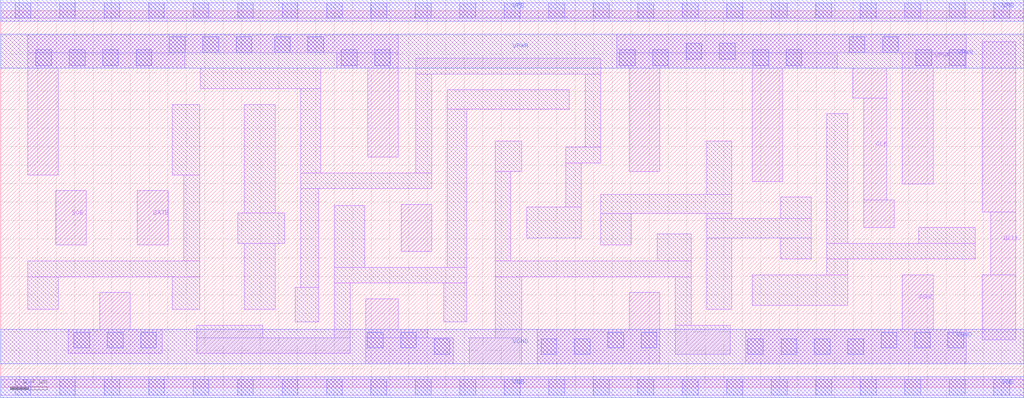
<source format=lef>
# Copyright 2020 The SkyWater PDK Authors
#
# Licensed under the Apache License, Version 2.0 (the "License");
# you may not use this file except in compliance with the License.
# You may obtain a copy of the License at
#
#     https://www.apache.org/licenses/LICENSE-2.0
#
# Unless required by applicable law or agreed to in writing, software
# distributed under the License is distributed on an "AS IS" BASIS,
# WITHOUT WARRANTIES OR CONDITIONS OF ANY KIND, either express or implied.
# See the License for the specific language governing permissions and
# limitations under the License.
#
# SPDX-License-Identifier: Apache-2.0

VERSION 5.7 ;
  NAMESCASESENSITIVE ON ;
  NOWIREEXTENSIONATPIN ON ;
  DIVIDERCHAR "/" ;
  BUSBITCHARS "[]" ;
UNITS
  DATABASE MICRONS 200 ;
END UNITS
MACRO sky130_fd_sc_hvl__sdlclkp_1
  CLASS CORE ;
  SOURCE USER ;
  FOREIGN sky130_fd_sc_hvl__sdlclkp_1 ;
  ORIGIN  0.000000  0.000000 ;
  SIZE  11.04000 BY  4.070000 ;
  SYMMETRY X Y ;
  SITE unithv ;
  PIN GATE
    ANTENNAGATEAREA  0.585000 ;
    DIRECTION INPUT ;
    USE SIGNAL ;
    PORT
      LAYER li1 ;
        RECT 1.475000 1.535000 1.805000 2.125000 ;
    END
  END GATE
  PIN GCLK
    ANTENNADIFFAREA  0.596250 ;
    DIRECTION OUTPUT ;
    USE SIGNAL ;
    PORT
      LAYER li1 ;
        RECT 10.590000 0.515000 10.955000 1.215000 ;
        RECT 10.590000 1.895000 10.955000 3.735000 ;
        RECT 10.685000 1.215000 10.955000 1.895000 ;
    END
  END GCLK
  PIN SCE
    ANTENNAGATEAREA  0.585000 ;
    DIRECTION INPUT ;
    USE SIGNAL ;
    PORT
      LAYER li1 ;
        RECT 0.595000 1.535000 0.925000 2.125000 ;
    END
  END SCE
  PIN CLK
    ANTENNAGATEAREA  1.170000 ;
    DIRECTION INPUT ;
    USE CLOCK ;
    PORT
      LAYER li1 ;
        RECT 4.320000 1.465000 4.650000 1.975000 ;
        RECT 9.195000 3.125000 9.560000 3.445000 ;
        RECT 9.310000 1.725000 9.640000 2.025000 ;
        RECT 9.310000 2.025000 9.560000 3.125000 ;
    END
  END CLK
  PIN VGND
    DIRECTION INOUT ;
    USE GROUND ;
    PORT
      LAYER li1 ;
        RECT 0.730000 0.365000  1.740000 0.625000 ;
        RECT 1.070000 0.625000  1.400000 1.025000 ;
        RECT 3.940000 0.255000  4.885000 0.535000 ;
        RECT 3.940000 0.535000  4.610000 0.625000 ;
        RECT 3.940000 0.625000  4.290000 0.955000 ;
        RECT 5.790000 0.255000  7.110000 0.625000 ;
        RECT 6.780000 0.625000  7.110000 1.025000 ;
        RECT 8.040000 0.255000 10.420000 0.625000 ;
        RECT 9.730000 0.625000 10.060000 1.215000 ;
      LAYER mcon ;
        RECT  0.790000 0.425000  0.960000 0.595000 ;
        RECT  1.150000 0.425000  1.320000 0.595000 ;
        RECT  1.510000 0.425000  1.680000 0.595000 ;
        RECT  3.955000 0.425000  4.125000 0.595000 ;
        RECT  4.315000 0.425000  4.485000 0.595000 ;
        RECT  4.675000 0.355000  4.845000 0.525000 ;
        RECT  5.830000 0.355000  6.000000 0.525000 ;
        RECT  6.190000 0.355000  6.360000 0.525000 ;
        RECT  6.550000 0.425000  6.720000 0.595000 ;
        RECT  6.910000 0.425000  7.080000 0.595000 ;
        RECT  8.060000 0.355000  8.230000 0.525000 ;
        RECT  8.420000 0.355000  8.590000 0.525000 ;
        RECT  8.780000 0.355000  8.950000 0.525000 ;
        RECT  9.140000 0.355000  9.310000 0.525000 ;
        RECT  9.500000 0.425000  9.670000 0.595000 ;
        RECT  9.860000 0.425000 10.030000 0.595000 ;
        RECT 10.220000 0.425000 10.390000 0.595000 ;
      LAYER met1 ;
        RECT 0.000000 0.255000 11.040000 0.625000 ;
    END
  END VGND
  PIN VNB
    DIRECTION INOUT ;
    USE GROUND ;
    PORT
      LAYER li1 ;
        RECT 0.000000 -0.085000 11.040000 0.085000 ;
      LAYER mcon ;
        RECT  0.155000 -0.085000  0.325000 0.085000 ;
        RECT  0.635000 -0.085000  0.805000 0.085000 ;
        RECT  1.115000 -0.085000  1.285000 0.085000 ;
        RECT  1.595000 -0.085000  1.765000 0.085000 ;
        RECT  2.075000 -0.085000  2.245000 0.085000 ;
        RECT  2.555000 -0.085000  2.725000 0.085000 ;
        RECT  3.035000 -0.085000  3.205000 0.085000 ;
        RECT  3.515000 -0.085000  3.685000 0.085000 ;
        RECT  3.995000 -0.085000  4.165000 0.085000 ;
        RECT  4.475000 -0.085000  4.645000 0.085000 ;
        RECT  4.955000 -0.085000  5.125000 0.085000 ;
        RECT  5.435000 -0.085000  5.605000 0.085000 ;
        RECT  5.915000 -0.085000  6.085000 0.085000 ;
        RECT  6.395000 -0.085000  6.565000 0.085000 ;
        RECT  6.875000 -0.085000  7.045000 0.085000 ;
        RECT  7.355000 -0.085000  7.525000 0.085000 ;
        RECT  7.835000 -0.085000  8.005000 0.085000 ;
        RECT  8.315000 -0.085000  8.485000 0.085000 ;
        RECT  8.795000 -0.085000  8.965000 0.085000 ;
        RECT  9.275000 -0.085000  9.445000 0.085000 ;
        RECT  9.755000 -0.085000  9.925000 0.085000 ;
        RECT 10.235000 -0.085000 10.405000 0.085000 ;
        RECT 10.715000 -0.085000 10.885000 0.085000 ;
      LAYER met1 ;
        RECT 0.000000 -0.115000 11.040000 0.115000 ;
    END
  END VNB
  PIN VPB
    DIRECTION INOUT ;
    USE POWER ;
    PORT
      LAYER li1 ;
        RECT 0.000000 3.985000 11.040000 4.155000 ;
      LAYER mcon ;
        RECT  0.155000 3.985000  0.325000 4.155000 ;
        RECT  0.635000 3.985000  0.805000 4.155000 ;
        RECT  1.115000 3.985000  1.285000 4.155000 ;
        RECT  1.595000 3.985000  1.765000 4.155000 ;
        RECT  2.075000 3.985000  2.245000 4.155000 ;
        RECT  2.555000 3.985000  2.725000 4.155000 ;
        RECT  3.035000 3.985000  3.205000 4.155000 ;
        RECT  3.515000 3.985000  3.685000 4.155000 ;
        RECT  3.995000 3.985000  4.165000 4.155000 ;
        RECT  4.475000 3.985000  4.645000 4.155000 ;
        RECT  4.955000 3.985000  5.125000 4.155000 ;
        RECT  5.435000 3.985000  5.605000 4.155000 ;
        RECT  5.915000 3.985000  6.085000 4.155000 ;
        RECT  6.395000 3.985000  6.565000 4.155000 ;
        RECT  6.875000 3.985000  7.045000 4.155000 ;
        RECT  7.355000 3.985000  7.525000 4.155000 ;
        RECT  7.835000 3.985000  8.005000 4.155000 ;
        RECT  8.315000 3.985000  8.485000 4.155000 ;
        RECT  8.795000 3.985000  8.965000 4.155000 ;
        RECT  9.275000 3.985000  9.445000 4.155000 ;
        RECT  9.755000 3.985000  9.925000 4.155000 ;
        RECT 10.235000 3.985000 10.405000 4.155000 ;
        RECT 10.715000 3.985000 10.885000 4.155000 ;
      LAYER met1 ;
        RECT 0.000000 3.955000 11.040000 4.185000 ;
    END
  END VPB
  PIN VPWR
    DIRECTION INOUT ;
    USE POWER ;
    PORT
      LAYER li1 ;
        RECT 0.290000 2.295000  0.620000 3.445000 ;
        RECT 0.290000 3.445000  1.985000 3.615000 ;
        RECT 0.290000 3.615000  4.290000 3.815000 ;
        RECT 3.625000 3.445000  4.290000 3.615000 ;
        RECT 3.960000 2.485000  4.290000 3.445000 ;
        RECT 6.645000 3.445000  9.025000 3.615000 ;
        RECT 6.645000 3.615000 10.420000 3.815000 ;
        RECT 6.780000 2.330000  7.110000 3.445000 ;
        RECT 8.110000 2.225000  8.440000 3.445000 ;
        RECT 9.730000 2.195000 10.060000 3.445000 ;
        RECT 9.730000 3.445000 10.420000 3.615000 ;
      LAYER mcon ;
        RECT  0.380000 3.475000  0.550000 3.645000 ;
        RECT  0.740000 3.475000  0.910000 3.645000 ;
        RECT  1.100000 3.475000  1.270000 3.645000 ;
        RECT  1.460000 3.475000  1.630000 3.645000 ;
        RECT  1.820000 3.615000  1.990000 3.785000 ;
        RECT  2.180000 3.615000  2.350000 3.785000 ;
        RECT  2.540000 3.615000  2.710000 3.785000 ;
        RECT  2.955000 3.615000  3.125000 3.785000 ;
        RECT  3.315000 3.615000  3.485000 3.785000 ;
        RECT  3.675000 3.475000  3.845000 3.645000 ;
        RECT  4.035000 3.475000  4.205000 3.645000 ;
        RECT  6.675000 3.475000  6.845000 3.645000 ;
        RECT  7.035000 3.475000  7.205000 3.645000 ;
        RECT  7.395000 3.545000  7.565000 3.715000 ;
        RECT  7.755000 3.545000  7.925000 3.715000 ;
        RECT  8.115000 3.475000  8.285000 3.645000 ;
        RECT  8.475000 3.475000  8.645000 3.645000 ;
        RECT  9.155000 3.615000  9.325000 3.785000 ;
        RECT  9.515000 3.615000  9.685000 3.785000 ;
        RECT  9.875000 3.475000 10.045000 3.645000 ;
        RECT 10.235000 3.475000 10.405000 3.645000 ;
      LAYER met1 ;
        RECT 0.000000 3.445000 11.040000 3.815000 ;
    END
  END VPWR
  OBS
    LAYER li1 ;
      RECT 0.290000 0.840000  0.620000 1.195000 ;
      RECT 0.290000 1.195000  2.145000 1.365000 ;
      RECT 1.850000 0.840000  2.145000 1.195000 ;
      RECT 1.850000 2.295000  2.145000 3.055000 ;
      RECT 1.975000 1.365000  2.145000 2.295000 ;
      RECT 2.115000 0.365000  3.770000 0.535000 ;
      RECT 2.115000 0.535000  2.825000 0.670000 ;
      RECT 2.155000 3.225000  3.455000 3.445000 ;
      RECT 2.555000 1.555000  3.065000 1.885000 ;
      RECT 2.630000 0.840000  2.960000 1.555000 ;
      RECT 2.630000 1.885000  2.960000 3.055000 ;
      RECT 3.180000 0.705000  3.430000 1.080000 ;
      RECT 3.235000 1.080000  3.430000 2.145000 ;
      RECT 3.235000 2.145000  4.650000 2.315000 ;
      RECT 3.235000 2.315000  3.455000 3.225000 ;
      RECT 3.600000 0.535000  3.770000 1.125000 ;
      RECT 3.600000 1.125000  5.030000 1.295000 ;
      RECT 3.600000 1.295000  3.930000 1.965000 ;
      RECT 4.480000 2.315000  4.650000 3.385000 ;
      RECT 4.480000 3.385000  6.475000 3.555000 ;
      RECT 4.780000 0.705000  5.030000 1.125000 ;
      RECT 4.820000 1.295000  5.030000 3.005000 ;
      RECT 4.820000 3.005000  6.135000 3.215000 ;
      RECT 5.055000 0.255000  5.620000 0.535000 ;
      RECT 5.335000 0.535000  5.620000 1.195000 ;
      RECT 5.335000 1.195000  7.450000 1.365000 ;
      RECT 5.335000 1.365000  5.505000 2.330000 ;
      RECT 5.335000 2.330000  5.620000 2.660000 ;
      RECT 5.675000 1.615000  6.265000 1.945000 ;
      RECT 6.095000 1.945000  6.265000 2.425000 ;
      RECT 6.095000 2.425000  6.475000 2.595000 ;
      RECT 6.305000 2.595000  6.475000 3.385000 ;
      RECT 6.475000 1.535000  6.805000 1.875000 ;
      RECT 6.475000 1.875000  7.890000 2.085000 ;
      RECT 7.085000 1.365000  7.450000 1.655000 ;
      RECT 7.280000 0.355000  7.870000 0.670000 ;
      RECT 7.280000 0.670000  7.450000 1.195000 ;
      RECT 7.620000 0.840000  7.890000 1.615000 ;
      RECT 7.620000 1.615000  8.745000 1.825000 ;
      RECT 7.620000 1.825000  7.890000 1.875000 ;
      RECT 7.620000 2.085000  7.890000 2.660000 ;
      RECT 8.110000 0.885000  9.140000 1.215000 ;
      RECT 8.415000 1.385000  8.745000 1.615000 ;
      RECT 8.415000 1.825000  8.745000 2.055000 ;
      RECT 8.915000 1.215000  9.140000 1.385000 ;
      RECT 8.915000 1.385000 10.515000 1.555000 ;
      RECT 8.915000 1.555000  9.140000 2.955000 ;
      RECT 9.905000 1.555000 10.515000 1.725000 ;
  END
END sky130_fd_sc_hvl__sdlclkp_1

</source>
